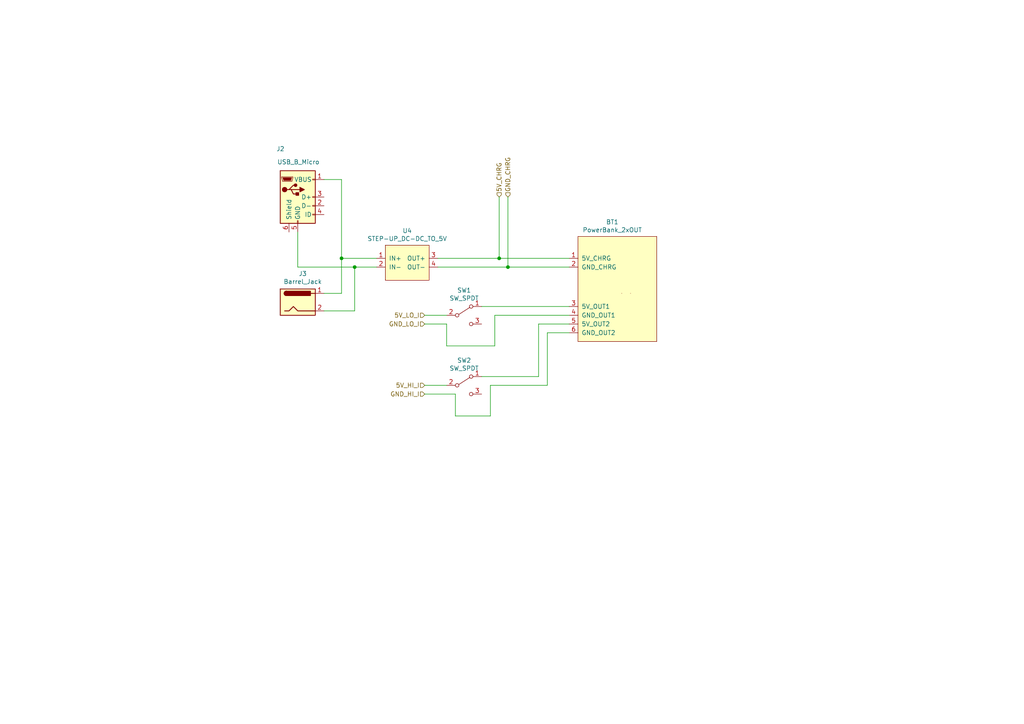
<source format=kicad_sch>
(kicad_sch (version 20211123) (generator eeschema)
  (paper "A4")
  (lib_symbols
    (symbol "Connector:Barrel_Jack" (pin_names (offset 1.016))
      (property "Reference" "J" (at 0 5.334 0))
      (property "Value" "Barrel_Jack" (at 0 -5.08 0))
      (symbol "Barrel_Jack_0_1"
        (rectangle (start -5.08 3.81) (end 5.08 -3.81) (stroke (width 0.254)) (fill (type background)))
        (arc (start -3.302 3.175) (mid -3.937 2.54) (end -3.302 1.905) (stroke (width 0.254)))
        (arc (start -3.302 3.175) (mid -3.937 2.54) (end -3.302 1.905) (stroke (width 0.254)) (fill (type outline)))
        (polyline (pts (xy 5.08 2.54) (xy 3.81 2.54)) (stroke (width 0.254)))
        (polyline (pts (xy -3.81 -2.54) (xy -2.54 -2.54) (xy -1.27 -1.27) (xy 0 -2.54) (xy 2.54 -2.54) (xy 5.08 -2.54)) (stroke (width 0.254)))
        (rectangle (start 3.683 3.175) (end -3.302 1.905) (stroke (width 0.254)) (fill (type outline)))
      )
      (symbol "Barrel_Jack_1_1"
        (pin passive line (at 7.62 2.54 180) (length 2.54) (name "~") (number "1"))
        (pin passive line (at 7.62 -2.54 180) (length 2.54) (name "~") (number "2"))
      )
    )
    (symbol "Connector:USB_B_Micro" (pin_names (offset 1.016))
      (property "Reference" "J" (at -5.08 11.43 0))
      (property "Value" "USB_B_Micro" (at -5.08 8.89 0))
      (symbol "USB_B_Micro_0_1"
        (rectangle (start -5.08 -7.62) (end 5.08 7.62) (stroke (width 0.254)) (fill (type background)))
        (circle (center -3.81 2.159) (radius 0.635) (stroke (width 0.254)) (fill (type outline)))
        (circle (center -0.635 3.429) (radius 0.381) (stroke (width 0.254)) (fill (type outline)))
        (rectangle (start -0.127 -7.62) (end 0.127 -6.858))
        (polyline (pts (xy -1.905 2.159) (xy 0.635 2.159)) (stroke (width 0.254)))
        (polyline (pts (xy -3.175 2.159) (xy -2.54 2.159) (xy -1.27 3.429) (xy -0.635 3.429)) (stroke (width 0.254)))
        (polyline (pts (xy -2.54 2.159) (xy -1.905 2.159) (xy -1.27 0.889) (xy 0 0.889)) (stroke (width 0.254)))
        (polyline (pts (xy 0.635 2.794) (xy 0.635 1.524) (xy 1.905 2.159) (xy 0.635 2.794)) (stroke (width 0.254)) (fill (type outline)))
        (polyline (pts (xy -4.318 5.588) (xy -1.778 5.588) (xy -2.032 4.826) (xy -4.064 4.826) (xy -4.318 5.588)) (fill (type outline)))
        (polyline (pts (xy -4.699 5.842) (xy -4.699 5.588) (xy -4.445 4.826) (xy -4.445 4.572) (xy -1.651 4.572) (xy -1.651 4.826) (xy -1.397 5.588) (xy -1.397 5.842) (xy -4.699 5.842)))
        (rectangle (start 0.254 1.27) (end -0.508 0.508) (stroke (width 0.254)) (fill (type outline)))
        (rectangle (start 5.08 -5.207) (end 4.318 -4.953))
        (rectangle (start 5.08 -2.667) (end 4.318 -2.413))
        (rectangle (start 5.08 -0.127) (end 4.318 0.127))
        (rectangle (start 5.08 4.953) (end 4.318 5.207))
      )
      (symbol "USB_B_Micro_1_1"
        (pin power_out line (at 7.62 5.08 180) (length 2.54) (name "VBUS") (number "1"))
        (pin bidirectional line (at 7.62 -2.54 180) (length 2.54) (name "D-") (number "2"))
        (pin bidirectional line (at 7.62 0 180) (length 2.54) (name "D+") (number "3"))
        (pin passive line (at 7.62 -5.08 180) (length 2.54) (name "ID") (number "4"))
        (pin power_out line (at 0 -10.16 90) (length 2.54) (name "GND") (number "5"))
        (pin passive line (at -2.54 -10.16 90) (length 2.54) (name "Shield") (number "6"))
      )
    )
    (symbol "Switch:SW_SPDT" (pin_names (offset 0) hide)
      (property "Reference" "SW" (at 0 4.318 0))
      (property "Value" "SW_SPDT" (at 0 -5.08 0))
      (symbol "SW_SPDT_0_0"
        (circle (center -2.032 0) (radius 0.508))
        (circle (center 2.032 -2.54) (radius 0.508))
      )
      (symbol "SW_SPDT_0_1"
        (polyline (pts (xy -1.524 0.254) (xy 1.651 2.286)))
        (circle (center 2.032 2.54) (radius 0.508))
      )
      (symbol "SW_SPDT_1_1"
        (pin passive line (at 5.08 2.54 180) (length 2.54) (name "A") (number "1"))
        (pin passive line (at -5.08 0 0) (length 2.54) (name "B") (number "2"))
        (pin passive line (at 5.08 -2.54 180) (length 2.54) (name "C") (number "3"))
      )
    )
    (symbol "zk_modules:GENERIC_DC-DC_MODULE" (pin_names (offset 1.016))
      (property "Reference" "U" (at -5.08 7.62 0))
      (property "Value" "GENERIC_DC-DC_MODULE" (at 5.08 -7.62 0))
      (symbol "GENERIC_DC-DC_MODULE_0_1"
        (rectangle (start -6.35 5.08) (end 6.35 -5.08) (fill (type background)))
      )
      (symbol "GENERIC_DC-DC_MODULE_1_1"
        (pin power_in line (at -8.89 1.27 0) (length 2.54) (name "IN+") (number "1"))
        (pin passive line (at -8.89 -1.27 0) (length 2.54) (name "IN-") (number "2"))
        (pin power_out line (at 8.89 1.27 180) (length 2.54) (name "OUT+") (number "3"))
        (pin input line (at 8.89 -1.27 180) (length 2.54) (name "OUT-") (number "4"))
      )
    )
    (symbol "zk_modules:PowerBank_2xOUT" (pin_names (offset 1.016))
      (property "Reference" "BT" (at -10.16 17.78 0))
      (property "Value" "PowerBank_2xOUT" (at 0 0 0))
      (symbol "PowerBank_2xOUT_0_1"
        (rectangle (start -11.43 15.24) (end 11.43 -15.24) (fill (type background)))
        (rectangle (start 1.27 -1.27) (end 1.27 -1.27))
        (rectangle (start 3.81 -1.27) (end 3.81 -1.27))
      )
      (symbol "PowerBank_2xOUT_1_1"
        (pin power_in line (at -13.97 8.89 0) (length 2.54) (name "5V_CHRG") (number "1"))
        (pin passive line (at -13.97 6.35 0) (length 2.54) (name "GND_CHRG") (number "2"))
        (pin power_out line (at -13.97 -5.08 0) (length 2.54) (name "5V_OUT1") (number "3"))
        (pin passive line (at -13.97 -7.62 0) (length 2.54) (name "GND_OUT1") (number "4"))
        (pin power_out line (at -13.97 -10.16 0) (length 2.54) (name "5V_OUT2") (number "5"))
        (pin passive line (at -13.97 -12.7 0) (length 2.54) (name "GND_OUT2") (number "6"))
      )
    )
  )
  (junction (at 147.32 77.47))
  (junction (at 102.87 77.47))
  (junction (at 144.78 74.93))
  (junction (at 99.06 74.93))
  (wire (pts (xy 102.87 77.47) (xy 109.22 77.47)))
  (wire (pts (xy 99.06 52.07) (xy 93.98 52.07)))
  (wire (pts (xy 129.54 91.44) (xy 123.19 91.44)))
  (wire (pts (xy 147.32 57.15) (xy 147.32 77.47)))
  (wire (pts (xy 143.51 91.44) (xy 165.1 91.44)))
  (wire (pts (xy 165.1 93.98) (xy 156.21 93.98)))
  (wire (pts (xy 129.54 93.98) (xy 129.54 100.33)))
  (wire (pts (xy 147.32 77.47) (xy 165.1 77.47)))
  (wire (pts (xy 132.08 114.3) (xy 132.08 120.65)))
  (wire (pts (xy 102.87 90.17) (xy 102.87 77.47)))
  (wire (pts (xy 158.75 96.52) (xy 158.75 111.76)))
  (wire (pts (xy 123.19 93.98) (xy 129.54 93.98)))
  (wire (pts (xy 132.08 120.65) (xy 142.24 120.65)))
  (wire (pts (xy 129.54 100.33) (xy 143.51 100.33)))
  (wire (pts (xy 109.22 74.93) (xy 99.06 74.93)))
  (wire (pts (xy 127 74.93) (xy 144.78 74.93)))
  (wire (pts (xy 129.54 111.76) (xy 123.19 111.76)))
  (wire (pts (xy 86.36 77.47) (xy 102.87 77.47)))
  (wire (pts (xy 165.1 96.52) (xy 158.75 96.52)))
  (wire (pts (xy 142.24 120.65) (xy 142.24 111.76)))
  (wire (pts (xy 99.06 74.93) (xy 99.06 85.09)))
  (wire (pts (xy 156.21 109.22) (xy 139.7 109.22)))
  (wire (pts (xy 93.98 90.17) (xy 102.87 90.17)))
  (wire (pts (xy 99.06 74.93) (xy 99.06 52.07)))
  (wire (pts (xy 99.06 85.09) (xy 93.98 85.09)))
  (wire (pts (xy 143.51 91.44) (xy 143.51 100.33)))
  (wire (pts (xy 156.21 93.98) (xy 156.21 109.22)))
  (wire (pts (xy 86.36 67.31) (xy 86.36 77.47)))
  (wire (pts (xy 144.78 57.15) (xy 144.78 74.93)))
  (wire (pts (xy 123.19 114.3) (xy 132.08 114.3)))
  (wire (pts (xy 165.1 88.9) (xy 139.7 88.9)))
  (wire (pts (xy 142.24 111.76) (xy 158.75 111.76)))
  (wire (pts (xy 127 77.47) (xy 147.32 77.47)))
  (wire (pts (xy 144.78 74.93) (xy 165.1 74.93)))
  (hierarchical_label "GND_HI_I" (shape input) (at 123.19 114.3 180))
  (hierarchical_label "5V_CHRG" (shape input) (at 144.78 57.15 90))
  (hierarchical_label "5V_LO_I" (shape input) (at 123.19 91.44 180))
  (hierarchical_label "GND_CHRG" (shape input) (at 147.32 57.15 90))
  (hierarchical_label "5V_HI_I" (shape input) (at 123.19 111.76 180))
  (hierarchical_label "GND_LO_I" (shape input) (at 123.19 93.98 180))
  (symbol (lib_id "zk_modules:GENERIC_DC-DC_MODULE") (at 118.11 76.2 0) (unit 1)
    (property "Reference" "U4" (at 118.11 66.929 0))
    (property "Value" "STEP-UP_DC-DC_TO_5V" (at 118.11 69.2404 0))
  )
  (symbol (lib_id "Switch:SW_SPDT") (at 134.62 111.76 0) (unit 1)
    (property "Reference" "SW2" (at 134.62 104.521 0))
    (property "Value" "SW_SPDT" (at 134.62 106.8324 0))
  )
  (symbol (lib_id "zk_modules:PowerBank_2xOUT") (at 179.07 83.82 0) (unit 1)
    (property "Reference" "BT1" (at 177.5968 64.389 0))
    (property "Value" "PowerBank_2xOUT" (at 177.5968 66.7004 0))
  )
  (symbol (lib_id "Connector:USB_B_Micro") (at 86.36 57.15 0)
    (property "Reference" "J2" (at 82.55 43.18 0) (effects (justify right)))
    (property "Value" "USB_B_Micro" (at 92.71 46.99 0) (effects (justify right)))
  )
  (symbol (lib_id "Connector:Barrel_Jack") (at 86.36 87.63 0)
    (property "Reference" "J3" (at 87.8078 79.375 0))
    (property "Value" "Barrel_Jack" (at 87.8078 81.6864 0))
  )
  (symbol (lib_id "Switch:SW_SPDT") (at 134.62 91.44 0) (unit 1)
    (property "Reference" "SW1" (at 134.62 84.201 0))
    (property "Value" "SW_SPDT" (at 134.62 86.5124 0))
  )
)
</source>
